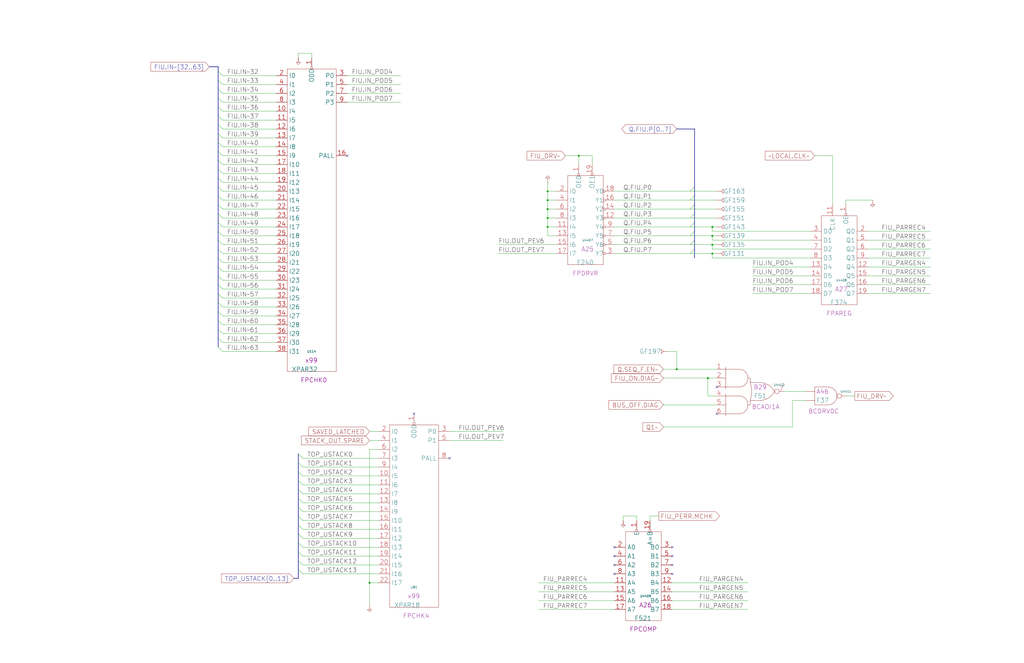
<source format=kicad_sch>
(kicad_sch (version 20230121) (generator eeschema)
  (paper "User" 584.2 378.46)
  (title_block (title "FIU BUS TRANCEIVER\\nPARITY + BUS DRIVE LOGIC") (date "22-MAY-90") (rev "1.0") (comment 1 "SEQUENCER") (comment 2 "232-003064") (comment 3 "S400") (comment 4 "RELEASED"))
  (lib_symbols
    (symbol "r1000:F240" (pin_names (offset 1.016))
      (property "Reference" "U" (at 2.54 5.08 0))
      (property "Value" "F240" (at -3.81 -7.62 0))
      (property "Location" "___" (at -1.27 0 0))
      (property "Name" "______" (at 1.27 -15.24 0))
      (symbol "F240_1_1"
        (rectangle (start -8.89 41.91) (end 11.43 -8.89))
        (circle (center -2.54 42.545) (radius 0.635))
        (circle (center 5.08 42.545) (radius 0.635))
        (circle (center 12.065 -2.54) (radius 0.635))
        (circle (center 12.065 2.54) (radius 0.635))
        (circle (center 12.065 7.62) (radius 0.635))
        (circle (center 12.065 12.7) (radius 0.635))
        (circle (center 12.065 17.78) (radius 0.635))
        (circle (center 12.065 22.86) (radius 0.635))
        (circle (center 12.065 27.94) (radius 0.635))
        (circle (center 12.065 33.02) (radius 0.635))
        (pin input line (at -2.54 48.26 270) (length 5.08) (name "OE0") (number "1"))
        (pin input line (at -15.24 12.7 0) (length 6.35) (name "I4") (number "11"))
        (pin tri_state line (at 17.78 17.78 180) (length 5.08) (name "Y3") (number "12"))
        (pin input line (at -15.24 7.62 0) (length 6.35) (name "I5") (number "13"))
        (pin tri_state line (at 17.78 22.86 180) (length 5.08) (name "Y2") (number "14"))
        (pin input line (at -15.24 2.54 0) (length 6.35) (name "I6") (number "15"))
        (pin tri_state line (at 17.78 27.94 180) (length 5.08) (name "Y1") (number "16"))
        (pin input line (at -15.24 -2.54 0) (length 6.35) (name "I7") (number "17"))
        (pin tri_state line (at 17.78 33.02 180) (length 5.08) (name "Y0") (number "18"))
        (pin input line (at 5.08 48.26 270) (length 5.08) (name "OE1") (number "19"))
        (pin input line (at -15.24 33.02 0) (length 6.35) (name "I0") (number "2"))
        (pin tri_state line (at 17.78 -2.54 180) (length 5.08) (name "Y7") (number "3"))
        (pin input line (at -15.24 27.94 0) (length 6.35) (name "I1") (number "4"))
        (pin tri_state line (at 17.78 2.54 180) (length 5.08) (name "Y6") (number "5"))
        (pin input line (at -15.24 22.86 0) (length 6.35) (name "I2") (number "6"))
        (pin tri_state line (at 17.78 7.62 180) (length 5.08) (name "Y5") (number "7"))
        (pin input line (at -15.24 17.78 0) (length 6.35) (name "I3") (number "8"))
        (pin tri_state line (at 17.78 12.7 180) (length 5.08) (name "Y4") (number "9"))
      )
    )
    (symbol "r1000:F37" (pin_numbers hide) (pin_names (offset 0) hide)
      (property "Reference" "U" (at 15.24 0 0))
      (property "Value" "F37" (at 1.905 -5.08 0))
      (property "Location" "___" (at 1.905 0 0))
      (property "Name" "______" (at 2.54 -12.7 0))
      (symbol "F37_0_1"
        (polyline (pts (xy -2.54 -7.62) (xy 5.08 -7.62)) (stroke (width 0.1524)))
        (polyline (pts (xy -2.54 2.54) (xy -2.54 -7.62)) (stroke (width 0.1524)))
        (polyline (pts (xy -2.54 2.54) (xy 5.08 2.54)) (stroke (width 0.1524)))
        (arc (start 5.08 -7.62) (mid 10.1282 -2.54) (end 5.08 2.54) (stroke (width 0.1524)))
        (circle (center 11.43 -2.54) (radius 1.27) (stroke (width 0.1524)))
      )
      (symbol "F37_0_2"
        (circle (center -3.81 -5.08) (radius 1.27) (stroke (width 0.1524)))
        (circle (center -3.81 0) (radius 1.27) (stroke (width 0.1524)))
        (arc (start -3.175 -7.62) (mid -2.134 -2.54) (end -3.175 2.54) (stroke (width 0.1524)))
        (polyline (pts (xy -3.175 -7.62) (xy 3.81 -7.62)) (stroke (width 0.1524)))
        (polyline (pts (xy -3.175 2.54) (xy 3.81 2.54)) (stroke (width 0.1524)))
        (arc (start 3.81 -7.62) (mid 7.5855 -5.8306) (end 10.16 -2.54) (stroke (width 0.1524)))
        (arc (start 10.16 -2.54) (mid 7.5827 0.7471) (end 3.81 2.54) (stroke (width 0.1524)))
      )
      (symbol "F37_1_1"
        (pin input line (at -7.62 0 0) (length 5.08) (name "D0") (number "1"))
        (pin input line (at -7.62 -5.08 0) (length 5.08) (name "D1") (number "2"))
        (pin output line (at 15.24 -2.54 180) (length 2.54) (name "Q") (number "3"))
      )
      (symbol "F37_1_2"
        (pin input line (at -7.62 0 0) (length 2.54) (name "D0") (number "1"))
        (pin input line (at -7.62 -5.08 0) (length 2.54) (name "D1") (number "2"))
        (pin output line (at 15.24 -2.54 180) (length 5.08) (name "Q") (number "3"))
      )
    )
    (symbol "r1000:F374" (pin_names (offset 1.016))
      (property "Reference" "U" (at 2.54 5.08 0))
      (property "Value" "F374" (at -3.81 -7.62 0))
      (property "Location" "___" (at -1.27 0 0))
      (property "Name" "______" (at 1.27 -15.24 0))
      (symbol "F374_1_1"
        (rectangle (start -8.89 41.91) (end 11.43 -8.89))
        (circle (center 5.08 42.545) (radius 0.635))
        (pin input line (at 5.08 48.26 270) (length 5.08) (name "OE") (number "1"))
        (pin input line (at -2.54 48.26 270) (length 6.35) (name "CLK") (number "11"))
        (pin tri_state line (at 17.78 12.7 180) (length 6.35) (name "Q4") (number "12"))
        (pin input line (at -15.24 12.7 0) (length 6.35) (name "D4") (number "13"))
        (pin input line (at -15.24 7.62 0) (length 6.35) (name "D5") (number "14"))
        (pin tri_state line (at 17.78 7.62 180) (length 6.35) (name "Q5") (number "15"))
        (pin tri_state line (at 17.78 2.54 180) (length 6.35) (name "Q6") (number "16"))
        (pin input line (at -15.24 2.54 0) (length 6.35) (name "D6") (number "17"))
        (pin input line (at -15.24 -2.54 0) (length 6.35) (name "D7") (number "18"))
        (pin tri_state line (at 17.78 -2.54 180) (length 6.35) (name "Q7") (number "19"))
        (pin tri_state line (at 17.78 33.02 180) (length 6.35) (name "Q0") (number "2"))
        (pin input line (at -15.24 33.02 0) (length 6.35) (name "D0") (number "3"))
        (pin input line (at -15.24 27.94 0) (length 6.35) (name "D1") (number "4"))
        (pin tri_state line (at 17.78 27.94 180) (length 6.35) (name "Q1") (number "5"))
        (pin tri_state line (at 17.78 22.86 180) (length 6.35) (name "Q2") (number "6"))
        (pin input line (at -15.24 22.86 0) (length 6.35) (name "D2") (number "7"))
        (pin input line (at -15.24 17.78 0) (length 6.35) (name "D3") (number "8"))
        (pin tri_state line (at 17.78 17.78 180) (length 6.35) (name "Q3") (number "9"))
      )
    )
    (symbol "r1000:F51" (pin_names hide)
      (property "Reference" "U" (at 12.7 1.27 0))
      (property "Value" "F51" (at 1.905 -5.08 0))
      (property "Location" "___" (at 1.905 0 0))
      (property "Name" "______" (at 5.08 -12.7 0))
      (symbol "F51_0_0"
        (arc (start -10.16 -15.24) (mid -6.5679 -13.7521) (end -5.08 -10.16) (stroke (width 0.1524)))
        (arc (start -10.16 0) (mid -6.5679 1.4879) (end -5.08 5.08) (stroke (width 0.1524)))
        (arc (start -5.08 -10.16) (mid -6.5679 -6.5679) (end -10.16 -5.08) (stroke (width 0.1524)))
        (arc (start -5.08 5.08) (mid -6.5679 8.6721) (end -10.16 10.16) (stroke (width 0.1524)))
        (arc (start -3.8173 -7.62) (mid -2.9926 -2.54) (end -3.8173 2.54) (stroke (width 0.1524)))
        (polyline (pts (xy -20.32 -15.24) (xy -17.78 -15.24)) (stroke (width 0.1524)))
        (polyline (pts (xy -20.32 -10.16) (xy -17.78 -10.16)) (stroke (width 0.1524)))
        (polyline (pts (xy -20.32 -5.08) (xy -17.78 -5.08)) (stroke (width 0.1524)))
        (polyline (pts (xy -20.32 0) (xy -17.78 0)) (stroke (width 0.1524)))
        (polyline (pts (xy -20.32 5.08) (xy -17.78 5.08)) (stroke (width 0.1524)))
        (polyline (pts (xy -20.32 10.16) (xy -17.78 10.16)) (stroke (width 0.1524)))
        (polyline (pts (xy -17.78 -3.81) (xy -17.78 -16.51)) (stroke (width 0.1524)))
        (polyline (pts (xy -17.78 11.43) (xy -17.78 -1.27)) (stroke (width 0.1524)))
        (polyline (pts (xy -10.16 -15.24) (xy -17.78 -15.24)) (stroke (width 0.1524)))
        (polyline (pts (xy -10.16 -5.08) (xy -17.78 -5.08)) (stroke (width 0.1524)))
        (polyline (pts (xy -10.16 0) (xy -17.78 0)) (stroke (width 0.1524)))
        (polyline (pts (xy -10.16 10.16) (xy -17.78 10.16)) (stroke (width 0.1524)))
        (polyline (pts (xy -3.81 -7.62) (xy 2.54 -7.62)) (stroke (width 0.1524)))
        (polyline (pts (xy -3.81 2.54) (xy 2.54 2.54)) (stroke (width 0.1524)))
        (polyline (pts (xy -5.08 -10.16) (xy -3.81 -10.16) (xy -3.81 -7.62)) (stroke (width 0.1524)))
        (polyline (pts (xy -5.08 5.08) (xy -3.81 5.08) (xy -3.81 2.54)) (stroke (width 0.1524)))
        (arc (start 2.54 -7.62) (mid 6.9504 -5.9805) (end 10.16 -2.54) (stroke (width 0.1524)))
        (arc (start 10.16 -2.54) (mid 6.9516 0.9024) (end 2.54 2.54) (stroke (width 0.1524)))
        (circle (center 11.43 -2.54) (radius 1.27) (stroke (width 0.1524)))
      )
      (symbol "F51_1_1"
        (pin input line (at -22.86 10.16 0) (length 2.54) (name "A1") (number "1"))
        (pin input line (at -22.86 5.08 0) (length 2.54) (name "A2") (number "2"))
        (pin input line (at -22.86 0 0) (length 2.54) (name "A3") (number "3"))
        (pin input line (at -22.86 -5.08 0) (length 2.54) (name "B1") (number "4"))
        (pin input line (at -22.86 -10.16 0) (length 2.54) (name "B2") (number "5"))
        (pin input line (at -22.86 -15.24 0) (length 2.54) (name "B3") (number "6"))
        (pin output line (at 15.24 -2.54 180) (length 2.54) (name "Q") (number "7"))
      )
    )
    (symbol "r1000:F521" (pin_names (offset 1.016))
      (property "Reference" "U" (at 2.54 5.08 0))
      (property "Value" "F521" (at -3.81 -7.62 0))
      (property "Location" "___" (at -1.27 0 0))
      (property "Name" "______" (at 1.27 -15.24 0))
      (symbol "F521_1_1"
        (rectangle (start -8.89 41.91) (end 11.43 -8.89))
        (circle (center -2.54 42.545) (radius 0.635))
        (circle (center 5.08 42.545) (radius 0.635))
        (pin input line (at -2.54 48.26 270) (length 5.08) (name "E") (number "1"))
        (pin input line (at -15.24 12.7 0) (length 6.35) (name "A4") (number "11"))
        (pin input line (at 17.78 12.7 180) (length 6.35) (name "B4") (number "12"))
        (pin input line (at -15.24 7.62 0) (length 6.35) (name "A5") (number "13"))
        (pin input line (at 17.78 7.62 180) (length 6.35) (name "B5") (number "14"))
        (pin input line (at -15.24 2.54 0) (length 6.35) (name "A6") (number "15"))
        (pin input line (at 17.78 2.54 180) (length 6.35) (name "B6") (number "16"))
        (pin input line (at -15.24 -2.54 0) (length 6.35) (name "A7") (number "17"))
        (pin input line (at 17.78 -2.54 180) (length 6.35) (name "B7") (number "18"))
        (pin output line (at 5.08 48.26 270) (length 5.08) (name "A=B") (number "19"))
        (pin input line (at -15.24 33.02 0) (length 6.35) (name "A0") (number "2"))
        (pin input line (at 17.78 33.02 180) (length 6.35) (name "B0") (number "3"))
        (pin input line (at -15.24 27.94 0) (length 6.35) (name "A1") (number "4"))
        (pin input line (at 17.78 27.94 180) (length 6.35) (name "B1") (number "5"))
        (pin input line (at -15.24 22.86 0) (length 6.35) (name "A2") (number "6"))
        (pin input line (at 17.78 22.86 180) (length 6.35) (name "B2") (number "7"))
        (pin input line (at -15.24 17.78 0) (length 6.35) (name "A3") (number "8"))
        (pin input line (at 17.78 17.78 180) (length 6.35) (name "B3") (number "9"))
      )
    )
    (symbol "r1000:GF" (pin_numbers hide) (pin_names (offset 0) hide)
      (property "Reference" "GF" (at 3.81 0 0))
      (symbol "GF_0_1"
        (polyline (pts (xy 2.54 0) (xy 3.81 1.27) (xy 3.81 -1.27) (xy 2.54 0)) (stroke (width 0.1524)))
      )
      (symbol "GF_1_1"
        (pin bidirectional line (at 0 0 0) (length 2.54) (name "") (number "1"))
      )
    )
    (symbol "r1000:PD" (power) (pin_numbers hide) (pin_names hide) (in_bom no)
      (symbol "PD_0_1"
        (polyline (pts (xy 0 -2.54) (xy 1.27 -2.54) (xy 0 -3.81) (xy -1.27 -2.54) (xy 0 -2.54)) (stroke (width 0.1524)))
      )
      (symbol "PD_1_1"
        (pin power_in line (at 0 0 270) (length 2.54) (name "PD") (number "1"))
      )
    )
    (symbol "r1000:PU" (power) (pin_numbers hide) (pin_names hide)
      (symbol "PU_0_1"
        (polyline (pts (xy 0 2.54) (xy -1.27 2.54) (xy 0 3.81) (xy 1.27 2.54) (xy 0 2.54)) (stroke (width 0.1524)))
      )
      (symbol "PU_1_1"
        (pin power_in line (at 0 0 90) (length 2.54) (name "PU") (number "1"))
      )
    )
    (symbol "r1000:XPAR18" (pin_names (offset 1.016))
      (property "Reference" "U" (at 2.54 5.08 0))
      (property "Value" "XPAR18" (at -8.89 -5.08 0))
      (property "Location" "___" (at -1.27 0 0))
      (property "Name" "______" (at 3.81 -12.7 0))
      (symbol "XPAR18_1_1"
        (rectangle (start -11.43 97.79) (end 16.51 -6.35))
        (circle (center 2.54 98.425) (radius 0.635))
        (pin input line (at 2.54 104.14 270) (length 5.08) (name "ODD") (number "1"))
        (pin input line (at -17.78 68.58 0) (length 6.35) (name "I5") (number "10"))
        (pin input line (at -17.78 63.5 0) (length 6.35) (name "I6") (number "11"))
        (pin input line (at -17.78 58.42 0) (length 6.35) (name "I7") (number "12"))
        (pin input line (at -17.78 53.34 0) (length 6.35) (name "I8") (number "13"))
        (pin input line (at -17.78 48.26 0) (length 6.35) (name "I9") (number "14"))
        (pin input line (at -17.78 43.18 0) (length 6.35) (name "I10") (number "15"))
        (pin input line (at -17.78 38.1 0) (length 6.35) (name "I11") (number "16"))
        (pin input line (at -17.78 33.02 0) (length 6.35) (name "I12") (number "17"))
        (pin input line (at -17.78 27.94 0) (length 6.35) (name "I13") (number "18"))
        (pin input line (at -17.78 22.86 0) (length 6.35) (name "I14") (number "19"))
        (pin input line (at -17.78 93.98 0) (length 6.35) (name "I0") (number "2"))
        (pin input line (at -17.78 17.78 0) (length 6.35) (name "I15") (number "20"))
        (pin input line (at -17.78 12.7 0) (length 6.35) (name "I16") (number "21"))
        (pin input line (at -17.78 7.62 0) (length 6.35) (name "I17") (number "22"))
        (pin output line (at 22.86 93.98 180) (length 6.35) (name "P0") (number "3"))
        (pin input line (at -17.78 88.9 0) (length 6.35) (name "I1") (number "4"))
        (pin output line (at 22.86 88.9 180) (length 6.35) (name "P1") (number "5"))
        (pin input line (at -17.78 83.82 0) (length 6.35) (name "I2") (number "6"))
        (pin input line (at -17.78 78.74 0) (length 6.35) (name "I3") (number "7"))
        (pin output line (at 22.86 78.74 180) (length 6.35) (name "PALL") (number "8"))
        (pin input line (at -17.78 73.66 0) (length 6.35) (name "I4") (number "9"))
      )
    )
    (symbol "r1000:XPAR32" (pin_names (offset 1.016))
      (property "Reference" "U" (at 2.54 5.08 0))
      (property "Value" "XPAR32" (at -8.89 -5.08 0))
      (property "Location" "___" (at -1.27 0 0))
      (property "Name" "______" (at 3.81 -12.7 0))
      (symbol "XPAR32_1_1"
        (rectangle (start -11.43 166.37) (end 16.51 -6.35))
        (circle (center 2.54 167.005) (radius 0.635))
        (pin input line (at 2.54 172.72 270) (length 5.08) (name "ODD") (number "1"))
        (pin input line (at -17.78 142.24 0) (length 6.35) (name "I4") (number "10"))
        (pin input line (at -17.78 137.16 0) (length 6.35) (name "I5") (number "11"))
        (pin input line (at -17.78 132.08 0) (length 6.35) (name "I6") (number "12"))
        (pin input line (at -17.78 127 0) (length 6.35) (name "I7") (number "13"))
        (pin input line (at -17.78 121.92 0) (length 6.35) (name "I8") (number "14"))
        (pin input line (at -17.78 116.84 0) (length 6.35) (name "I9") (number "15"))
        (pin output line (at 22.86 116.84 180) (length 6.35) (name "PALL") (number "16"))
        (pin input line (at -17.78 111.76 0) (length 6.35) (name "I10") (number "17"))
        (pin input line (at -17.78 106.68 0) (length 6.35) (name "I11") (number "18"))
        (pin input line (at -17.78 101.6 0) (length 6.35) (name "I12") (number "19"))
        (pin input line (at -17.78 162.56 0) (length 6.35) (name "I0") (number "2"))
        (pin input line (at -17.78 96.52 0) (length 6.35) (name "I13") (number "20"))
        (pin input line (at -17.78 91.44 0) (length 6.35) (name "I14") (number "21"))
        (pin input line (at -17.78 86.36 0) (length 6.35) (name "I15") (number "22"))
        (pin input line (at -17.78 81.28 0) (length 6.35) (name "I16") (number "23"))
        (pin input line (at -17.78 76.2 0) (length 6.35) (name "I17") (number "24"))
        (pin input line (at -17.78 71.12 0) (length 6.35) (name "I18") (number "25"))
        (pin input line (at -17.78 66.04 0) (length 6.35) (name "I19") (number "26"))
        (pin input line (at -17.78 60.96 0) (length 6.35) (name "I20") (number "27"))
        (pin input line (at -17.78 55.88 0) (length 6.35) (name "I21") (number "28"))
        (pin input line (at -17.78 50.8 0) (length 6.35) (name "I22") (number "29"))
        (pin output line (at 22.86 162.56 180) (length 6.35) (name "P0") (number "3"))
        (pin input line (at -17.78 45.72 0) (length 6.35) (name "I23") (number "30"))
        (pin input line (at -17.78 40.64 0) (length 6.35) (name "I24") (number "31"))
        (pin input line (at -17.78 35.56 0) (length 6.35) (name "I25") (number "32"))
        (pin input line (at -17.78 30.48 0) (length 6.35) (name "I26") (number "33"))
        (pin input line (at -17.78 25.4 0) (length 6.35) (name "I27") (number "34"))
        (pin input line (at -17.78 20.32 0) (length 6.35) (name "I28") (number "35"))
        (pin input line (at -17.78 15.24 0) (length 6.35) (name "I29") (number "36"))
        (pin input line (at -17.78 10.16 0) (length 6.35) (name "I30") (number "37"))
        (pin input line (at -17.78 5.08 0) (length 6.35) (name "I31") (number "38"))
        (pin input line (at -17.78 157.48 0) (length 6.35) (name "I1") (number "4"))
        (pin output line (at 22.86 157.48 180) (length 6.35) (name "P1") (number "5"))
        (pin input line (at -17.78 152.4 0) (length 6.35) (name "I2") (number "6"))
        (pin output line (at 22.86 152.4 180) (length 6.35) (name "P2") (number "7"))
        (pin input line (at -17.78 147.32 0) (length 6.35) (name "I3") (number "8"))
        (pin output line (at 22.86 147.32 180) (length 6.35) (name "P3") (number "9"))
      )
    )
  )
  (junction (at 210.82 332.74))
  (junction (at 330.2 88.9))
  (junction (at 406.4 144.78))
  (junction (at 403.86 215.9))
  (junction (at 312.42 129.54))
  (junction (at 386.08 210.82))
  (junction (at 312.42 109.22))
  (junction (at 406.4 129.54))
  (junction (at 406.4 139.7))
  (junction (at 406.4 134.62))
  (junction (at 312.42 114.3))
  (junction (at 312.42 119.38))
  (junction (at 312.42 124.46))
  (no_connect (at 408.94 236.22))
  (no_connect (at 383.54 317.5))
  (no_connect (at 350.52 312.42))
  (no_connect (at 198.12 88.9))
  (no_connect (at 350.52 317.5))
  (no_connect (at 350.52 327.66))
  (no_connect (at 256.54 261.62))
  (no_connect (at 236.22 236.22))
  (no_connect (at 383.54 322.58))
  (no_connect (at 350.52 322.58))
  (no_connect (at 383.54 312.42))
  (no_connect (at 408.94 220.98))
  (no_connect (at 383.54 327.66))
  (bus_entry (at 396.24 121.92) (size -2.54 2.54))
  (bus_entry (at 124.46 137.16) (size 2.54 2.54))
  (bus_entry (at 124.46 86.36) (size 2.54 2.54))
  (bus_entry (at 124.46 132.08) (size 2.54 2.54))
  (bus_entry (at 396.24 142.24) (size -2.54 2.54))
  (bus_entry (at 124.46 45.72) (size 2.54 2.54))
  (bus_entry (at 124.46 172.72) (size 2.54 2.54))
  (bus_entry (at 124.46 91.44) (size 2.54 2.54))
  (bus_entry (at 170.18 289.56) (size 2.54 2.54))
  (bus_entry (at 124.46 40.64) (size 2.54 2.54))
  (bus_entry (at 124.46 76.2) (size 2.54 2.54))
  (bus_entry (at 124.46 116.84) (size 2.54 2.54))
  (bus_entry (at 170.18 264.16) (size 2.54 2.54))
  (bus_entry (at 124.46 162.56) (size 2.54 2.54))
  (bus_entry (at 396.24 106.68) (size -2.54 2.54))
  (bus_entry (at 124.46 198.12) (size 2.54 2.54))
  (bus_entry (at 124.46 167.64) (size 2.54 2.54))
  (bus_entry (at 124.46 96.52) (size 2.54 2.54))
  (bus_entry (at 124.46 193.04) (size 2.54 2.54))
  (bus_entry (at 170.18 309.88) (size 2.54 2.54))
  (bus_entry (at 124.46 55.88) (size 2.54 2.54))
  (bus_entry (at 170.18 299.72) (size 2.54 2.54))
  (bus_entry (at 124.46 152.4) (size 2.54 2.54))
  (bus_entry (at 124.46 157.48) (size 2.54 2.54))
  (bus_entry (at 170.18 304.8) (size 2.54 2.54))
  (bus_entry (at 124.46 111.76) (size 2.54 2.54))
  (bus_entry (at 396.24 127) (size -2.54 2.54))
  (bus_entry (at 124.46 147.32) (size 2.54 2.54))
  (bus_entry (at 170.18 259.08) (size 2.54 2.54))
  (bus_entry (at 124.46 187.96) (size 2.54 2.54))
  (bus_entry (at 124.46 106.68) (size 2.54 2.54))
  (bus_entry (at 170.18 320.04) (size 2.54 2.54))
  (bus_entry (at 124.46 177.8) (size 2.54 2.54))
  (bus_entry (at 170.18 314.96) (size 2.54 2.54))
  (bus_entry (at 396.24 111.76) (size -2.54 2.54))
  (bus_entry (at 396.24 132.08) (size -2.54 2.54))
  (bus_entry (at 170.18 294.64) (size 2.54 2.54))
  (bus_entry (at 170.18 274.32) (size 2.54 2.54))
  (bus_entry (at 124.46 81.28) (size 2.54 2.54))
  (bus_entry (at 124.46 182.88) (size 2.54 2.54))
  (bus_entry (at 170.18 269.24) (size 2.54 2.54))
  (bus_entry (at 124.46 121.92) (size 2.54 2.54))
  (bus_entry (at 396.24 116.84) (size -2.54 2.54))
  (bus_entry (at 124.46 50.8) (size 2.54 2.54))
  (bus_entry (at 124.46 71.12) (size 2.54 2.54))
  (bus_entry (at 124.46 127) (size 2.54 2.54))
  (bus_entry (at 170.18 325.12) (size 2.54 2.54))
  (bus_entry (at 396.24 137.16) (size -2.54 2.54))
  (bus_entry (at 124.46 101.6) (size 2.54 2.54))
  (bus_entry (at 170.18 279.4) (size 2.54 2.54))
  (bus_entry (at 124.46 60.96) (size 2.54 2.54))
  (bus_entry (at 170.18 284.48) (size 2.54 2.54))
  (bus_entry (at 124.46 142.24) (size 2.54 2.54))
  (bus_entry (at 124.46 66.04) (size 2.54 2.54))
  (wire (pts (xy 256.54 246.38) (xy 287.02 246.38)))
  (wire (pts (xy 383.54 337.82) (xy 426.72 337.82)))
  (wire (pts (xy 127 73.66) (xy 157.48 73.66)))
  (bus (pts (xy 124.46 45.72) (xy 124.46 50.8)))
  (wire (pts (xy 210.82 256.54) (xy 215.9 256.54)))
  (wire (pts (xy 172.72 261.62) (xy 215.9 261.62)))
  (wire (pts (xy 322.58 88.9) (xy 330.2 88.9)))
  (wire (pts (xy 378.46 243.84) (xy 452.12 243.84)))
  (bus (pts (xy 124.46 147.32) (xy 124.46 152.4)))
  (wire (pts (xy 350.52 109.22) (xy 393.7 109.22)))
  (wire (pts (xy 284.48 144.78) (xy 317.5 144.78)))
  (wire (pts (xy 495.3 147.32) (xy 530.86 147.32)))
  (bus (pts (xy 124.46 116.84) (xy 124.46 121.92)))
  (wire (pts (xy 393.7 139.7) (xy 406.4 139.7)))
  (wire (pts (xy 170.18 33.02) (xy 170.18 30.48)))
  (wire (pts (xy 127 99.06) (xy 157.48 99.06)))
  (wire (pts (xy 127 180.34) (xy 157.48 180.34)))
  (bus (pts (xy 124.46 81.28) (xy 124.46 86.36)))
  (bus (pts (xy 170.18 289.56) (xy 170.18 294.64)))
  (bus (pts (xy 124.46 157.48) (xy 124.46 162.56)))
  (bus (pts (xy 170.18 320.04) (xy 170.18 325.12)))
  (bus (pts (xy 170.18 264.16) (xy 170.18 269.24)))
  (bus (pts (xy 396.24 127) (xy 396.24 132.08)))
  (bus (pts (xy 170.18 259.08) (xy 170.18 264.16)))
  (bus (pts (xy 124.46 60.96) (xy 124.46 66.04)))
  (wire (pts (xy 495.3 162.56) (xy 530.86 162.56)))
  (wire (pts (xy 408.94 226.06) (xy 403.86 226.06)))
  (wire (pts (xy 307.34 342.9) (xy 350.52 342.9)))
  (wire (pts (xy 210.82 251.46) (xy 215.9 251.46)))
  (wire (pts (xy 350.52 124.46) (xy 393.7 124.46)))
  (wire (pts (xy 406.4 147.32) (xy 406.4 144.78)))
  (wire (pts (xy 127 154.94) (xy 157.48 154.94)))
  (wire (pts (xy 393.7 129.54) (xy 406.4 129.54)))
  (wire (pts (xy 406.4 144.78) (xy 408.94 144.78)))
  (bus (pts (xy 170.18 325.12) (xy 170.18 330.2)))
  (wire (pts (xy 307.34 337.82) (xy 350.52 337.82)))
  (wire (pts (xy 177.8 30.48) (xy 177.8 33.02)))
  (wire (pts (xy 355.6 294.64) (xy 355.6 297.18)))
  (wire (pts (xy 383.54 332.74) (xy 426.72 332.74)))
  (wire (pts (xy 482.6 114.3) (xy 482.6 116.84)))
  (wire (pts (xy 406.4 137.16) (xy 406.4 134.62)))
  (bus (pts (xy 170.18 294.64) (xy 170.18 299.72)))
  (bus (pts (xy 124.46 177.8) (xy 124.46 182.88)))
  (bus (pts (xy 396.24 73.66) (xy 396.24 106.68)))
  (wire (pts (xy 447.04 223.52) (xy 459.74 223.52)))
  (wire (pts (xy 127 83.82) (xy 157.48 83.82)))
  (wire (pts (xy 172.72 292.1) (xy 215.9 292.1)))
  (wire (pts (xy 172.72 327.66) (xy 215.9 327.66)))
  (wire (pts (xy 127 93.98) (xy 157.48 93.98)))
  (bus (pts (xy 170.18 299.72) (xy 170.18 304.8)))
  (wire (pts (xy 172.72 276.86) (xy 215.9 276.86)))
  (bus (pts (xy 124.46 137.16) (xy 124.46 142.24)))
  (wire (pts (xy 312.42 109.22) (xy 317.5 109.22)))
  (wire (pts (xy 378.46 210.82) (xy 386.08 210.82)))
  (wire (pts (xy 312.42 119.38) (xy 312.42 114.3)))
  (wire (pts (xy 127 63.5) (xy 157.48 63.5)))
  (wire (pts (xy 406.4 134.62) (xy 408.94 134.62)))
  (wire (pts (xy 330.2 88.9) (xy 330.2 93.98)))
  (bus (pts (xy 170.18 274.32) (xy 170.18 279.4)))
  (wire (pts (xy 482.6 226.06) (xy 487.68 226.06)))
  (bus (pts (xy 124.46 132.08) (xy 124.46 137.16)))
  (bus (pts (xy 119.38 38.1) (xy 124.46 38.1)))
  (wire (pts (xy 375.92 294.64) (xy 370.84 294.64)))
  (wire (pts (xy 256.54 251.46) (xy 287.02 251.46)))
  (wire (pts (xy 337.82 93.98) (xy 337.82 88.9)))
  (bus (pts (xy 386.08 73.66) (xy 396.24 73.66)))
  (bus (pts (xy 396.24 142.24) (xy 396.24 147.32)))
  (wire (pts (xy 378.46 215.9) (xy 403.86 215.9)))
  (bus (pts (xy 396.24 132.08) (xy 396.24 137.16)))
  (wire (pts (xy 127 48.26) (xy 157.48 48.26)))
  (wire (pts (xy 495.3 152.4) (xy 530.86 152.4)))
  (wire (pts (xy 383.54 347.98) (xy 426.72 347.98)))
  (wire (pts (xy 172.72 266.7) (xy 215.9 266.7)))
  (wire (pts (xy 172.72 287.02) (xy 215.9 287.02)))
  (wire (pts (xy 312.42 124.46) (xy 317.5 124.46)))
  (wire (pts (xy 350.52 129.54) (xy 393.7 129.54)))
  (wire (pts (xy 307.34 347.98) (xy 350.52 347.98)))
  (wire (pts (xy 172.72 322.58) (xy 215.9 322.58)))
  (wire (pts (xy 127 114.3) (xy 157.48 114.3)))
  (wire (pts (xy 127 149.86) (xy 157.48 149.86)))
  (wire (pts (xy 452.12 228.6) (xy 459.74 228.6)))
  (wire (pts (xy 172.72 302.26) (xy 215.9 302.26)))
  (wire (pts (xy 127 58.42) (xy 157.48 58.42)))
  (wire (pts (xy 393.7 124.46) (xy 408.94 124.46)))
  (wire (pts (xy 355.6 294.64) (xy 363.22 294.64)))
  (wire (pts (xy 312.42 129.54) (xy 317.5 129.54)))
  (wire (pts (xy 127 144.78) (xy 157.48 144.78)))
  (bus (pts (xy 124.46 86.36) (xy 124.46 91.44)))
  (wire (pts (xy 127 175.26) (xy 157.48 175.26)))
  (bus (pts (xy 396.24 121.92) (xy 396.24 127)))
  (wire (pts (xy 495.3 132.08) (xy 530.86 132.08)))
  (wire (pts (xy 127 53.34) (xy 157.48 53.34)))
  (bus (pts (xy 124.46 127) (xy 124.46 132.08)))
  (wire (pts (xy 330.2 88.9) (xy 337.82 88.9)))
  (wire (pts (xy 363.22 294.64) (xy 363.22 297.18)))
  (wire (pts (xy 462.28 137.16) (xy 406.4 137.16)))
  (bus (pts (xy 124.46 167.64) (xy 124.46 172.72)))
  (bus (pts (xy 124.46 55.88) (xy 124.46 60.96)))
  (wire (pts (xy 312.42 129.54) (xy 312.42 124.46)))
  (wire (pts (xy 495.3 167.64) (xy 530.86 167.64)))
  (wire (pts (xy 312.42 114.3) (xy 312.42 109.22)))
  (bus (pts (xy 170.18 284.48) (xy 170.18 289.56)))
  (bus (pts (xy 170.18 314.96) (xy 170.18 320.04)))
  (bus (pts (xy 170.18 309.88) (xy 170.18 314.96)))
  (wire (pts (xy 429.26 162.56) (xy 462.28 162.56)))
  (wire (pts (xy 210.82 246.38) (xy 215.9 246.38)))
  (wire (pts (xy 198.12 53.34) (xy 228.6 53.34)))
  (wire (pts (xy 462.28 142.24) (xy 406.4 142.24)))
  (wire (pts (xy 127 139.7) (xy 157.48 139.7)))
  (wire (pts (xy 386.08 200.66) (xy 386.08 210.82)))
  (wire (pts (xy 127 200.66) (xy 157.48 200.66)))
  (wire (pts (xy 172.72 317.5) (xy 215.9 317.5)))
  (wire (pts (xy 406.4 132.08) (xy 406.4 129.54)))
  (wire (pts (xy 393.7 114.3) (xy 408.94 114.3)))
  (wire (pts (xy 403.86 215.9) (xy 408.94 215.9)))
  (wire (pts (xy 127 165.1) (xy 157.48 165.1)))
  (wire (pts (xy 307.34 332.74) (xy 350.52 332.74)))
  (bus (pts (xy 124.46 91.44) (xy 124.46 96.52)))
  (wire (pts (xy 317.5 134.62) (xy 312.42 134.62)))
  (wire (pts (xy 350.52 114.3) (xy 393.7 114.3)))
  (bus (pts (xy 124.46 111.76) (xy 124.46 116.84)))
  (wire (pts (xy 127 190.5) (xy 157.48 190.5)))
  (wire (pts (xy 127 119.38) (xy 157.48 119.38)))
  (bus (pts (xy 124.46 187.96) (xy 124.46 193.04)))
  (wire (pts (xy 127 78.74) (xy 157.48 78.74)))
  (wire (pts (xy 312.42 124.46) (xy 312.42 119.38)))
  (wire (pts (xy 381 200.66) (xy 386.08 200.66)))
  (bus (pts (xy 124.46 71.12) (xy 124.46 76.2)))
  (wire (pts (xy 495.3 142.24) (xy 530.86 142.24)))
  (wire (pts (xy 482.6 114.3) (xy 497.84 114.3)))
  (bus (pts (xy 124.46 182.88) (xy 124.46 187.96)))
  (wire (pts (xy 406.4 129.54) (xy 408.94 129.54)))
  (bus (pts (xy 124.46 193.04) (xy 124.46 198.12)))
  (wire (pts (xy 350.52 134.62) (xy 393.7 134.62)))
  (wire (pts (xy 350.52 144.78) (xy 393.7 144.78)))
  (wire (pts (xy 429.26 152.4) (xy 462.28 152.4)))
  (bus (pts (xy 396.24 106.68) (xy 396.24 111.76)))
  (wire (pts (xy 127 134.62) (xy 157.48 134.62)))
  (wire (pts (xy 127 43.18) (xy 157.48 43.18)))
  (bus (pts (xy 124.46 50.8) (xy 124.46 55.88)))
  (wire (pts (xy 350.52 139.7) (xy 393.7 139.7)))
  (wire (pts (xy 393.7 144.78) (xy 406.4 144.78)))
  (bus (pts (xy 170.18 269.24) (xy 170.18 274.32)))
  (wire (pts (xy 127 124.46) (xy 157.48 124.46)))
  (bus (pts (xy 124.46 76.2) (xy 124.46 81.28)))
  (bus (pts (xy 124.46 101.6) (xy 124.46 106.68)))
  (wire (pts (xy 312.42 119.38) (xy 317.5 119.38)))
  (bus (pts (xy 124.46 142.24) (xy 124.46 147.32)))
  (wire (pts (xy 127 170.18) (xy 157.48 170.18)))
  (bus (pts (xy 170.18 304.8) (xy 170.18 309.88)))
  (wire (pts (xy 403.86 215.9) (xy 403.86 226.06)))
  (bus (pts (xy 124.46 66.04) (xy 124.46 71.12)))
  (wire (pts (xy 210.82 332.74) (xy 215.9 332.74)))
  (bus (pts (xy 396.24 116.84) (xy 396.24 121.92)))
  (bus (pts (xy 124.46 38.1) (xy 124.46 40.64)))
  (wire (pts (xy 127 104.14) (xy 157.48 104.14)))
  (wire (pts (xy 495.3 137.16) (xy 530.86 137.16)))
  (wire (pts (xy 386.08 210.82) (xy 408.94 210.82)))
  (bus (pts (xy 124.46 121.92) (xy 124.46 127)))
  (wire (pts (xy 127 185.42) (xy 157.48 185.42)))
  (wire (pts (xy 198.12 48.26) (xy 228.6 48.26)))
  (wire (pts (xy 127 88.9) (xy 157.48 88.9)))
  (wire (pts (xy 429.26 167.64) (xy 462.28 167.64)))
  (wire (pts (xy 127 129.54) (xy 157.48 129.54)))
  (wire (pts (xy 393.7 119.38) (xy 408.94 119.38)))
  (wire (pts (xy 464.82 88.9) (xy 474.98 88.9)))
  (wire (pts (xy 210.82 332.74) (xy 210.82 345.44)))
  (wire (pts (xy 210.82 256.54) (xy 210.82 332.74)))
  (wire (pts (xy 172.72 281.94) (xy 215.9 281.94)))
  (wire (pts (xy 393.7 109.22) (xy 408.94 109.22)))
  (bus (pts (xy 170.18 330.2) (xy 167.64 330.2)))
  (wire (pts (xy 378.46 231.14) (xy 408.94 231.14)))
  (bus (pts (xy 124.46 40.64) (xy 124.46 45.72)))
  (wire (pts (xy 170.18 30.48) (xy 177.8 30.48)))
  (bus (pts (xy 124.46 162.56) (xy 124.46 167.64)))
  (wire (pts (xy 462.28 132.08) (xy 406.4 132.08)))
  (wire (pts (xy 284.48 139.7) (xy 317.5 139.7)))
  (bus (pts (xy 124.46 96.52) (xy 124.46 101.6)))
  (wire (pts (xy 172.72 307.34) (xy 215.9 307.34)))
  (bus (pts (xy 124.46 172.72) (xy 124.46 177.8)))
  (wire (pts (xy 312.42 109.22) (xy 312.42 104.14)))
  (wire (pts (xy 127 109.22) (xy 157.48 109.22)))
  (wire (pts (xy 370.84 294.64) (xy 370.84 297.18)))
  (wire (pts (xy 383.54 342.9) (xy 426.72 342.9)))
  (wire (pts (xy 127 160.02) (xy 157.48 160.02)))
  (wire (pts (xy 172.72 271.78) (xy 215.9 271.78)))
  (wire (pts (xy 462.28 147.32) (xy 406.4 147.32)))
  (wire (pts (xy 127 195.58) (xy 157.48 195.58)))
  (wire (pts (xy 172.72 297.18) (xy 215.9 297.18)))
  (wire (pts (xy 198.12 43.18) (xy 228.6 43.18)))
  (wire (pts (xy 127 68.58) (xy 157.48 68.58)))
  (wire (pts (xy 474.98 88.9) (xy 474.98 116.84)))
  (wire (pts (xy 452.12 243.84) (xy 452.12 228.6)))
  (wire (pts (xy 350.52 119.38) (xy 393.7 119.38)))
  (wire (pts (xy 312.42 134.62) (xy 312.42 129.54)))
  (wire (pts (xy 406.4 142.24) (xy 406.4 139.7)))
  (bus (pts (xy 124.46 152.4) (xy 124.46 157.48)))
  (bus (pts (xy 124.46 106.68) (xy 124.46 111.76)))
  (wire (pts (xy 406.4 139.7) (xy 408.94 139.7)))
  (wire (pts (xy 429.26 157.48) (xy 462.28 157.48)))
  (bus (pts (xy 170.18 279.4) (xy 170.18 284.48)))
  (wire (pts (xy 172.72 312.42) (xy 215.9 312.42)))
  (bus (pts (xy 396.24 137.16) (xy 396.24 142.24)))
  (bus (pts (xy 396.24 111.76) (xy 396.24 116.84)))
  (wire (pts (xy 198.12 58.42) (xy 228.6 58.42)))
  (wire (pts (xy 495.3 157.48) (xy 530.86 157.48)))
  (wire (pts (xy 312.42 114.3) (xy 317.5 114.3)))
  (wire (pts (xy 393.7 134.62) (xy 406.4 134.62)))
  (label "FIU.IN~32" (at 129.54 43.18 0) (effects (font (size 2.54 2.54))))
  (label "Q.FIU.P6" (at 355.6 139.7 0) (effects (font (size 2.54 2.54))))
  (label "TOP_USTACK10" (at 175.26 312.42 0) (effects (font (size 2.54 2.54))))
  (label "Q.FIU.P2" (at 355.6 119.38 0) (effects (font (size 2.54 2.54))))
  (label "FIU_PARREC4" (at 309.88 332.74 0) (effects (font (size 2.54 2.54))))
  (label "FIU.IN~42" (at 129.54 93.98 0) (effects (font (size 2.54 2.54))))
  (label "FIU.IN~36" (at 129.54 63.5 0) (effects (font (size 2.54 2.54))))
  (label "TOP_USTACK0" (at 175.26 261.62 0) (effects (font (size 2.54 2.54))))
  (label "FIU_PARREC5" (at 502.92 137.16 0) (effects (font (size 2.54 2.54))))
  (label "TOP_USTACK2" (at 175.26 271.78 0) (effects (font (size 2.54 2.54))))
  (label "FIU.OUT_PEV6" (at 261.62 246.38 0) (effects (font (size 2.54 2.54))))
  (label "FIU.IN_POD6" (at 429.26 162.56 0) (effects (font (size 2.54 2.54))))
  (label "FIU.IN~41" (at 129.54 88.9 0) (effects (font (size 2.54 2.54))))
  (label "FIU.IN~60" (at 129.54 185.42 0) (effects (font (size 2.54 2.54))))
  (label "FIU.IN~33" (at 129.54 48.26 0) (effects (font (size 2.54 2.54))))
  (label "FIU.IN_POD5" (at 200.66 48.26 0) (effects (font (size 2.54 2.54))))
  (label "FIU.IN_POD7" (at 200.66 58.42 0) (effects (font (size 2.54 2.54))))
  (label "FIU.IN_POD5" (at 429.26 157.48 0) (effects (font (size 2.54 2.54))))
  (label "FIU_PARREC4" (at 502.92 132.08 0) (effects (font (size 2.54 2.54))))
  (label "TOP_USTACK1" (at 175.26 266.7 0) (effects (font (size 2.54 2.54))))
  (label "FIU.IN~38" (at 129.54 73.66 0) (effects (font (size 2.54 2.54))))
  (label "FIU_PARREC7" (at 502.92 147.32 0) (effects (font (size 2.54 2.54))))
  (label "FIU_PARGEN6" (at 502.92 162.56 0) (effects (font (size 2.54 2.54))))
  (label "Q.FIU.P1" (at 355.6 114.3 0) (effects (font (size 2.54 2.54))))
  (label "TOP_USTACK13" (at 175.26 327.66 0) (effects (font (size 2.54 2.54))))
  (label "FIU.IN~44" (at 129.54 104.14 0) (effects (font (size 2.54 2.54))))
  (label "FIU.IN~43" (at 129.54 99.06 0) (effects (font (size 2.54 2.54))))
  (label "Q.FIU.P4" (at 355.6 129.54 0) (effects (font (size 2.54 2.54))))
  (label "FIU.IN~46" (at 129.54 114.3 0) (effects (font (size 2.54 2.54))))
  (label "TOP_USTACK4" (at 175.26 281.94 0) (effects (font (size 2.54 2.54))))
  (label "FIU.IN~48" (at 129.54 124.46 0) (effects (font (size 2.54 2.54))))
  (label "FIU.OUT_PEV6" (at 284.48 139.7 0) (effects (font (size 2.54 2.54))))
  (label "FIU.IN~54" (at 129.54 154.94 0) (effects (font (size 2.54 2.54))))
  (label "TOP_USTACK9" (at 175.26 307.34 0) (effects (font (size 2.54 2.54))))
  (label "FIU_PARGEN7" (at 502.92 167.64 0) (effects (font (size 2.54 2.54))))
  (label "TOP_USTACK5" (at 175.26 287.02 0) (effects (font (size 2.54 2.54))))
  (label "FIU.IN~49" (at 129.54 129.54 0) (effects (font (size 2.54 2.54))))
  (label "FIU.IN~53" (at 129.54 149.86 0) (effects (font (size 2.54 2.54))))
  (label "FIU.IN~45" (at 129.54 109.22 0) (effects (font (size 2.54 2.54))))
  (label "FIU_PARGEN5" (at 398.78 337.82 0) (effects (font (size 2.54 2.54))))
  (label "FIU.IN~56" (at 129.54 165.1 0) (effects (font (size 2.54 2.54))))
  (label "TOP_USTACK8" (at 175.26 302.26 0) (effects (font (size 2.54 2.54))))
  (label "FIU_PARGEN6" (at 398.78 342.9 0) (effects (font (size 2.54 2.54))))
  (label "FIU.IN~35" (at 129.54 58.42 0) (effects (font (size 2.54 2.54))))
  (label "Q.FIU.P3" (at 355.6 124.46 0) (effects (font (size 2.54 2.54))))
  (label "FIU.OUT_PEV7" (at 284.48 144.78 0) (effects (font (size 2.54 2.54))))
  (label "FIU.IN~57" (at 129.54 170.18 0) (effects (font (size 2.54 2.54))))
  (label "FIU.IN~51" (at 129.54 139.7 0) (effects (font (size 2.54 2.54))))
  (label "FIU.IN~47" (at 129.54 119.38 0) (effects (font (size 2.54 2.54))))
  (label "FIU_PARGEN4" (at 398.78 332.74 0) (effects (font (size 2.54 2.54))))
  (label "FIU_PARREC5" (at 309.88 337.82 0) (effects (font (size 2.54 2.54))))
  (label "FIU.IN~55" (at 129.54 160.02 0) (effects (font (size 2.54 2.54))))
  (label "FIU.IN~34" (at 129.54 53.34 0) (effects (font (size 2.54 2.54))))
  (label "FIU.IN_POD4" (at 429.26 152.4 0) (effects (font (size 2.54 2.54))))
  (label "FIU.IN~39" (at 129.54 78.74 0) (effects (font (size 2.54 2.54))))
  (label "FIU.IN~50" (at 129.54 134.62 0) (effects (font (size 2.54 2.54))))
  (label "Q.FIU.P7" (at 355.6 144.78 0) (effects (font (size 2.54 2.54))))
  (label "FIU.IN_POD6" (at 200.66 53.34 0) (effects (font (size 2.54 2.54))))
  (label "FIU.IN_POD7" (at 429.26 167.64 0) (effects (font (size 2.54 2.54))))
  (label "FIU_PARGEN4" (at 502.92 152.4 0) (effects (font (size 2.54 2.54))))
  (label "FIU.IN~40" (at 129.54 83.82 0) (effects (font (size 2.54 2.54))))
  (label "FIU_PARREC6" (at 309.88 342.9 0) (effects (font (size 2.54 2.54))))
  (label "FIU.IN~37" (at 129.54 68.58 0) (effects (font (size 2.54 2.54))))
  (label "TOP_USTACK7" (at 175.26 297.18 0) (effects (font (size 2.54 2.54))))
  (label "TOP_USTACK11" (at 175.26 317.5 0) (effects (font (size 2.54 2.54))))
  (label "Q.FIU.P0" (at 355.6 109.22 0) (effects (font (size 2.54 2.54))))
  (label "FIU.OUT_PEV7" (at 261.62 251.46 0) (effects (font (size 2.54 2.54))))
  (label "FIU.IN~52" (at 129.54 144.78 0) (effects (font (size 2.54 2.54))))
  (label "FIU.IN~58" (at 129.54 175.26 0) (effects (font (size 2.54 2.54))))
  (label "FIU.IN~59" (at 129.54 180.34 0) (effects (font (size 2.54 2.54))))
  (label "TOP_USTACK6" (at 175.26 292.1 0) (effects (font (size 2.54 2.54))))
  (label "FIU_PARREC6" (at 502.92 142.24 0) (effects (font (size 2.54 2.54))))
  (label "FIU.IN~62" (at 129.54 195.58 0) (effects (font (size 2.54 2.54))))
  (label "FIU_PARGEN5" (at 502.92 157.48 0) (effects (font (size 2.54 2.54))))
  (label "FIU.IN_POD4" (at 200.66 43.18 0) (effects (font (size 2.54 2.54))))
  (label "TOP_USTACK3" (at 175.26 276.86 0) (effects (font (size 2.54 2.54))))
  (label "FIU_PARGEN7" (at 398.78 347.98 0) (effects (font (size 2.54 2.54))))
  (label "FIU.IN~61" (at 129.54 190.5 0) (effects (font (size 2.54 2.54))))
  (label "FIU.IN~63" (at 129.54 200.66 0) (effects (font (size 2.54 2.54))))
  (label "FIU_PARREC7" (at 309.88 347.98 0) (effects (font (size 2.54 2.54))))
  (label "Q.FIU.P5" (at 355.6 134.62 0) (effects (font (size 2.54 2.54))))
  (label "TOP_USTACK12" (at 175.26 322.58 0) (effects (font (size 2.54 2.54))))
  (global_label "TOP_USTACK[0..13]" (shape input) (at 167.64 330.2 180) (effects (font (size 2.54 2.54))) (property "Intersheetrefs" "${INTERSHEET_REFS}" (at 125.5503 330.2 0) (effects (font (size 1.905 1.905)) (justify right))))
  (global_label "STACK_OUT.SPARE" (shape input) (at 210.82 251.46 180) (effects (font (size 2.54 2.54))) (property "Intersheetrefs" "${INTERSHEET_REFS}" (at 172.0064 251.3013 0) (effects (font (size 1.905 1.905)) (justify right))))
  (global_label "Q1~" (shape input) (at 378.46 243.84 180) (effects (font (size 2.54 2.54))) (property "Intersheetrefs" "${INTERSHEET_REFS}" (at 365.5647 243.84 0) (effects (font (size 1.905 1.905)) (justify right))))
  (global_label "FIU_DRV~" (shape input) (at 322.58 88.9 180) (effects (font (size 2.54 2.54))) (property "Intersheetrefs" "${INTERSHEET_REFS}" (at 300.6997 88.7413 0) (effects (font (size 1.905 1.905)) (justify right))))
  (global_label "BUS_OFF.DIAG" (shape input) (at 378.46 231.14 180) (effects (font (size 2.54 2.54))) (property "Intersheetrefs" "${INTERSHEET_REFS}" (at 347.3873 230.9813 0) (effects (font (size 1.905 1.905)) (justify right))))
  (global_label "FIU_ON.DIAG~" (shape input) (at 378.46 215.9 180) (effects (font (size 2.54 2.54))) (property "Intersheetrefs" "${INTERSHEET_REFS}" (at 348.8388 215.7413 0) (effects (font (size 1.905 1.905)) (justify right))))
  (global_label "~LOCAL.CLK~" (shape input) (at 464.82 88.9 180) (effects (font (size 2.54 2.54))) (property "Intersheetrefs" "${INTERSHEET_REFS}" (at 436.5292 88.7413 0) (effects (font (size 1.905 1.905)) (justify right))))
  (global_label "Q.FIU.P[0..7]" (shape bidirectional) (at 386.08 73.66 180) (effects (font (size 2.54 2.54))) (property "Intersheetrefs" "${INTERSHEET_REFS}" (at 356.9426 73.5013 0) (effects (font (size 1.905 1.905)) (justify right))))
  (global_label "Q.SEQ_F.EN~" (shape input) (at 378.46 210.82 180) (effects (font (size 2.54 2.54))) (property "Intersheetrefs" "${INTERSHEET_REFS}" (at 350.2902 210.6613 0) (effects (font (size 1.905 1.905)) (justify right))))
  (global_label "FIU_DRV~" (shape output) (at 487.68 226.06 0) (effects (font (size 2.54 2.54))) (property "Intersheetrefs" "${INTERSHEET_REFS}" (at 509.5603 225.9013 0) (effects (font (size 1.905 1.905)) (justify left))))
  (global_label "FIU_PERR.MCHK" (shape output) (at 375.92 294.64 0) (effects (font (size 2.54 2.54))) (property "Intersheetrefs" "${INTERSHEET_REFS}" (at 410.5003 294.4813 0) (effects (font (size 1.905 1.905)) (justify left))))
  (global_label "SAVED_LATCHED" (shape input) (at 210.82 246.38 180) (effects (font (size 2.54 2.54))) (property "Intersheetrefs" "${INTERSHEET_REFS}" (at 175.8587 246.2213 0) (effects (font (size 1.905 1.905)) (justify right))))
  (global_label "FIU.IN~[32..63]" (shape input) (at 119.38 38.1 180) (effects (font (size 2.54 2.54))) (property "Intersheetrefs" "${INTERSHEET_REFS}" (at 86.1302 37.9413 0) (effects (font (size 1.905 1.905)) (justify right))))
  (symbol (lib_id "r1000:GF") (at 408.94 109.22 0) (unit 1)
    (property "Reference" "GF163" (at 412.75 109.22 0) (effects (font (size 2.54 2.54)) (justify left)))
    (property "Value" "GF" (effects hide))
  )
  (symbol (lib_id "r1000:F521") (at 365.76 345.44 0) (unit 1)
    (property "Reference" "U4409" (at 368.3 340.36 0))
    (property "Value" "F521" (at 361.95 353.06 0) (effects (font (size 2.54 2.54)) (justify left)))
    (property "Location" "A26" (at 364.49 345.44 0) (effects (font (size 2.54 2.54)) (justify left)))
    (property "Name" "FPCOMP" (at 367.03 360.68 0) (effects (font (size 2.54 2.54)) (justify bottom)))
  )
  (symbol (lib_id "r1000:F374") (at 477.52 165.1 0) (unit 1)
    (property "Reference" "U4408" (at 480.06 160.02 0))
    (property "Value" "F374" (at 473.71 172.72 0) (effects (font (size 2.54 2.54)) (justify left)))
    (property "Location" "A27" (at 476.25 165.1 0) (effects (font (size 2.54 2.54)) (justify left)))
    (property "Name" "FPAREG" (at 478.79 180.34 0) (effects (font (size 2.54 2.54)) (justify bottom)))
  )
  (symbol (lib_id "r1000:GF") (at 408.94 119.38 0) (unit 1)
    (property "Reference" "GF155" (at 412.75 119.38 0) (effects (font (size 2.54 2.54)) (justify left)))
    (property "Value" "GF" (effects hide))
  )
  (symbol (lib_id "r1000:PD") (at 210.82 345.44 0) (unit 1) (in_bom no)
    (property "Reference" "#PWR049" (effects hide))
    (property "Value" "PD" (effects hide))
  )
  (symbol (lib_id "r1000:PD") (at 355.6 297.18 0) (unit 1) (in_bom no)
    (property "Reference" "#PWR04404" (effects hide))
    (property "Value" "PD" (effects hide))
  )
  (symbol (lib_id "r1000:GF") (at 381 200.66 0) (mirror y) (unit 1)
    (property "Reference" "GF197" (at 377.19 200.66 0) (effects (font (size 2.54 2.54)) (justify left)))
    (property "Value" "GF" (effects hide))
  )
  (symbol (lib_id "r1000:XPAR32") (at 175.26 205.74 0) (unit 1)
    (property "Reference" "U114" (at 177.8 200.66 0))
    (property "Value" "XPAR32" (at 166.37 210.82 0) (effects (font (size 2.54 2.54)) (justify left)))
    (property "Location" "x99" (at 173.99 205.74 0) (effects (font (size 2.54 2.54)) (justify left)))
    (property "Name" "FPCHK0" (at 179.07 218.44 0) (effects (font (size 2.54 2.54)) (justify bottom)))
  )
  (symbol (lib_id "r1000:XPAR18") (at 233.68 340.36 0) (unit 1)
    (property "Reference" "U81" (at 236.22 335.28 0))
    (property "Value" "XPAR18" (at 224.79 345.44 0) (effects (font (size 2.54 2.54)) (justify left)))
    (property "Location" "x99" (at 232.41 340.36 0) (effects (font (size 2.54 2.54)) (justify left)))
    (property "Name" "FPCHK4" (at 237.49 353.06 0) (effects (font (size 2.54 2.54)) (justify bottom)))
  )
  (symbol (lib_id "r1000:GF") (at 408.94 144.78 0) (unit 1)
    (property "Reference" "GF131" (at 412.75 144.78 0) (effects (font (size 2.54 2.54)) (justify left)))
    (property "Value" "GF" (effects hide))
  )
  (symbol (lib_id "r1000:GF") (at 408.94 134.62 0) (unit 1)
    (property "Reference" "GF139" (at 412.75 134.62 0) (effects (font (size 2.54 2.54)) (justify left)))
    (property "Value" "GF" (effects hide))
  )
  (symbol (lib_id "r1000:F51") (at 431.8 220.98 0) (unit 1)
    (property "Reference" "U4410" (at 444.5 219.71 0))
    (property "Value" "F51" (at 433.705 226.06 0) (effects (font (size 2.54 2.54))))
    (property "Location" "B29" (at 433.705 220.98 0) (effects (font (size 2.54 2.54))))
    (property "Name" "BCAOI1A" (at 436.88 233.68 0) (effects (font (size 2.54 2.54)) (justify bottom)))
  )
  (symbol (lib_id "r1000:PU") (at 312.42 104.14 0) (unit 1)
    (property "Reference" "#PWR04402" (effects hide))
    (property "Value" "PU" (effects hide))
  )
  (symbol (lib_id "r1000:GF") (at 408.94 129.54 0) (unit 1)
    (property "Reference" "GF143" (at 412.75 129.54 0) (effects (font (size 2.54 2.54)) (justify left)))
    (property "Value" "GF" (effects hide))
  )
  (symbol (lib_id "r1000:F37") (at 467.36 223.52 0) (unit 1)
    (property "Reference" "U4411" (at 482.6 223.52 0))
    (property "Value" "F37" (at 469.265 228.6 0) (effects (font (size 2.54 2.54))))
    (property "Location" "A46" (at 469.265 223.52 0) (effects (font (size 2.54 2.54))))
    (property "Name" "BCDRV0C" (at 469.9 236.22 0) (effects (font (size 2.54 2.54)) (justify bottom)))
  )
  (symbol (lib_id "r1000:PD") (at 497.84 114.3 0) (unit 1) (in_bom no)
    (property "Reference" "#PWR0143" (effects hide))
    (property "Value" "PD" (effects hide))
  )
  (symbol (lib_id "r1000:F240") (at 332.74 142.24 0) (unit 1)
    (property "Reference" "U4407" (at 335.28 137.16 0))
    (property "Value" "F240" (at 328.93 149.86 0) (effects (font (size 2.54 2.54)) (justify left)))
    (property "Location" "A25" (at 331.47 142.24 0) (effects (font (size 2.54 2.54)) (justify left)))
    (property "Name" "FPDRVR" (at 334.01 157.48 0) (effects (font (size 2.54 2.54)) (justify bottom)))
  )
  (symbol (lib_id "r1000:GF") (at 408.94 139.7 0) (unit 1)
    (property "Reference" "GF135" (at 412.75 139.7 0) (effects (font (size 2.54 2.54)) (justify left)))
    (property "Value" "GF" (effects hide))
  )
  (symbol (lib_id "r1000:GF") (at 408.94 114.3 0) (unit 1)
    (property "Reference" "GF159" (at 412.75 114.3 0) (effects (font (size 2.54 2.54)) (justify left)))
    (property "Value" "GF" (effects hide))
  )
  (symbol (lib_id "r1000:PD") (at 170.18 33.02 0) (unit 1) (in_bom no)
    (property "Reference" "#PWR04401" (effects hide))
    (property "Value" "PD" (effects hide))
  )
  (symbol (lib_id "r1000:GF") (at 408.94 124.46 0) (unit 1)
    (property "Reference" "GF151" (at 412.75 124.46 0) (effects (font (size 2.54 2.54)) (justify left)))
    (property "Value" "GF" (effects hide))
  )
)
</source>
